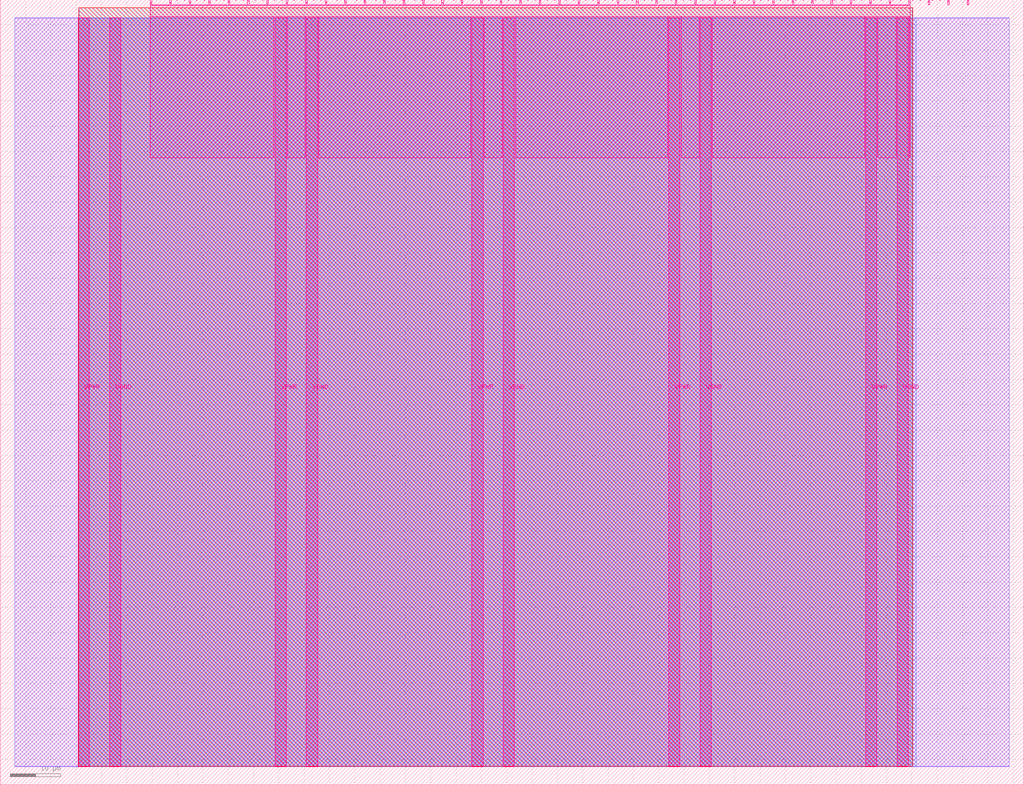
<source format=lef>
VERSION 5.7 ;
  NOWIREEXTENSIONATPIN ON ;
  DIVIDERCHAR "/" ;
  BUSBITCHARS "[]" ;
MACRO tt_um_array_secD7
  CLASS BLOCK ;
  FOREIGN tt_um_array_secD7 ;
  ORIGIN 0.000 0.000 ;
  SIZE 202.080 BY 154.980 ;
  PIN VGND
    DIRECTION INOUT ;
    USE GROUND ;
    PORT
      LAYER Metal5 ;
        RECT 21.580 3.560 23.780 151.420 ;
    END
    PORT
      LAYER Metal5 ;
        RECT 60.450 3.560 62.650 151.420 ;
    END
    PORT
      LAYER Metal5 ;
        RECT 99.320 3.560 101.520 151.420 ;
    END
    PORT
      LAYER Metal5 ;
        RECT 138.190 3.560 140.390 151.420 ;
    END
    PORT
      LAYER Metal5 ;
        RECT 177.060 3.560 179.260 151.420 ;
    END
  END VGND
  PIN VPWR
    DIRECTION INOUT ;
    USE POWER ;
    PORT
      LAYER Metal5 ;
        RECT 15.380 3.560 17.580 151.420 ;
    END
    PORT
      LAYER Metal5 ;
        RECT 54.250 3.560 56.450 151.420 ;
    END
    PORT
      LAYER Metal5 ;
        RECT 93.120 3.560 95.320 151.420 ;
    END
    PORT
      LAYER Metal5 ;
        RECT 131.990 3.560 134.190 151.420 ;
    END
    PORT
      LAYER Metal5 ;
        RECT 170.860 3.560 173.060 151.420 ;
    END
  END VPWR
  PIN clk
    DIRECTION INPUT ;
    USE SIGNAL ;
    PORT
      LAYER Metal5 ;
        RECT 187.050 153.980 187.350 154.980 ;
    END
  END clk
  PIN ena
    DIRECTION INPUT ;
    USE SIGNAL ;
    PORT
      LAYER Metal5 ;
        RECT 190.890 153.980 191.190 154.980 ;
    END
  END ena
  PIN rst_n
    DIRECTION INPUT ;
    USE SIGNAL ;
    PORT
      LAYER Metal5 ;
        RECT 183.210 153.980 183.510 154.980 ;
    END
  END rst_n
  PIN ui_in[0]
    DIRECTION INPUT ;
    USE SIGNAL ;
    ANTENNAGATEAREA 0.213200 ;
    PORT
      LAYER Metal5 ;
        RECT 179.370 153.980 179.670 154.980 ;
    END
  END ui_in[0]
  PIN ui_in[1]
    DIRECTION INPUT ;
    USE SIGNAL ;
    ANTENNAGATEAREA 0.180700 ;
    PORT
      LAYER Metal5 ;
        RECT 175.530 153.980 175.830 154.980 ;
    END
  END ui_in[1]
  PIN ui_in[2]
    DIRECTION INPUT ;
    USE SIGNAL ;
    ANTENNAGATEAREA 0.213200 ;
    PORT
      LAYER Metal5 ;
        RECT 171.690 153.980 171.990 154.980 ;
    END
  END ui_in[2]
  PIN ui_in[3]
    DIRECTION INPUT ;
    USE SIGNAL ;
    ANTENNAGATEAREA 0.213200 ;
    PORT
      LAYER Metal5 ;
        RECT 167.850 153.980 168.150 154.980 ;
    END
  END ui_in[3]
  PIN ui_in[4]
    DIRECTION INPUT ;
    USE SIGNAL ;
    ANTENNAGATEAREA 0.213200 ;
    PORT
      LAYER Metal5 ;
        RECT 164.010 153.980 164.310 154.980 ;
    END
  END ui_in[4]
  PIN ui_in[5]
    DIRECTION INPUT ;
    USE SIGNAL ;
    ANTENNAGATEAREA 0.213200 ;
    PORT
      LAYER Metal5 ;
        RECT 160.170 153.980 160.470 154.980 ;
    END
  END ui_in[5]
  PIN ui_in[6]
    DIRECTION INPUT ;
    USE SIGNAL ;
    ANTENNAGATEAREA 0.180700 ;
    PORT
      LAYER Metal5 ;
        RECT 156.330 153.980 156.630 154.980 ;
    END
  END ui_in[6]
  PIN ui_in[7]
    DIRECTION INPUT ;
    USE SIGNAL ;
    ANTENNAGATEAREA 0.213200 ;
    PORT
      LAYER Metal5 ;
        RECT 152.490 153.980 152.790 154.980 ;
    END
  END ui_in[7]
  PIN uio_in[0]
    DIRECTION INPUT ;
    USE SIGNAL ;
    PORT
      LAYER Metal5 ;
        RECT 148.650 153.980 148.950 154.980 ;
    END
  END uio_in[0]
  PIN uio_in[1]
    DIRECTION INPUT ;
    USE SIGNAL ;
    PORT
      LAYER Metal5 ;
        RECT 144.810 153.980 145.110 154.980 ;
    END
  END uio_in[1]
  PIN uio_in[2]
    DIRECTION INPUT ;
    USE SIGNAL ;
    PORT
      LAYER Metal5 ;
        RECT 140.970 153.980 141.270 154.980 ;
    END
  END uio_in[2]
  PIN uio_in[3]
    DIRECTION INPUT ;
    USE SIGNAL ;
    PORT
      LAYER Metal5 ;
        RECT 137.130 153.980 137.430 154.980 ;
    END
  END uio_in[3]
  PIN uio_in[4]
    DIRECTION INPUT ;
    USE SIGNAL ;
    PORT
      LAYER Metal5 ;
        RECT 133.290 153.980 133.590 154.980 ;
    END
  END uio_in[4]
  PIN uio_in[5]
    DIRECTION INPUT ;
    USE SIGNAL ;
    PORT
      LAYER Metal5 ;
        RECT 129.450 153.980 129.750 154.980 ;
    END
  END uio_in[5]
  PIN uio_in[6]
    DIRECTION INPUT ;
    USE SIGNAL ;
    PORT
      LAYER Metal5 ;
        RECT 125.610 153.980 125.910 154.980 ;
    END
  END uio_in[6]
  PIN uio_in[7]
    DIRECTION INPUT ;
    USE SIGNAL ;
    PORT
      LAYER Metal5 ;
        RECT 121.770 153.980 122.070 154.980 ;
    END
  END uio_in[7]
  PIN uio_oe[0]
    DIRECTION OUTPUT ;
    USE SIGNAL ;
    ANTENNADIFFAREA 0.299200 ;
    PORT
      LAYER Metal5 ;
        RECT 56.490 153.980 56.790 154.980 ;
    END
  END uio_oe[0]
  PIN uio_oe[1]
    DIRECTION OUTPUT ;
    USE SIGNAL ;
    ANTENNADIFFAREA 0.299200 ;
    PORT
      LAYER Metal5 ;
        RECT 52.650 153.980 52.950 154.980 ;
    END
  END uio_oe[1]
  PIN uio_oe[2]
    DIRECTION OUTPUT ;
    USE SIGNAL ;
    ANTENNADIFFAREA 0.299200 ;
    PORT
      LAYER Metal5 ;
        RECT 48.810 153.980 49.110 154.980 ;
    END
  END uio_oe[2]
  PIN uio_oe[3]
    DIRECTION OUTPUT ;
    USE SIGNAL ;
    ANTENNADIFFAREA 0.299200 ;
    PORT
      LAYER Metal5 ;
        RECT 44.970 153.980 45.270 154.980 ;
    END
  END uio_oe[3]
  PIN uio_oe[4]
    DIRECTION OUTPUT ;
    USE SIGNAL ;
    ANTENNADIFFAREA 0.299200 ;
    PORT
      LAYER Metal5 ;
        RECT 41.130 153.980 41.430 154.980 ;
    END
  END uio_oe[4]
  PIN uio_oe[5]
    DIRECTION OUTPUT ;
    USE SIGNAL ;
    ANTENNADIFFAREA 0.299200 ;
    PORT
      LAYER Metal5 ;
        RECT 37.290 153.980 37.590 154.980 ;
    END
  END uio_oe[5]
  PIN uio_oe[6]
    DIRECTION OUTPUT ;
    USE SIGNAL ;
    ANTENNADIFFAREA 0.299200 ;
    PORT
      LAYER Metal5 ;
        RECT 33.450 153.980 33.750 154.980 ;
    END
  END uio_oe[6]
  PIN uio_oe[7]
    DIRECTION OUTPUT ;
    USE SIGNAL ;
    ANTENNADIFFAREA 0.299200 ;
    PORT
      LAYER Metal5 ;
        RECT 29.610 153.980 29.910 154.980 ;
    END
  END uio_oe[7]
  PIN uio_out[0]
    DIRECTION OUTPUT ;
    USE SIGNAL ;
    ANTENNADIFFAREA 0.299200 ;
    PORT
      LAYER Metal5 ;
        RECT 87.210 153.980 87.510 154.980 ;
    END
  END uio_out[0]
  PIN uio_out[1]
    DIRECTION OUTPUT ;
    USE SIGNAL ;
    ANTENNADIFFAREA 0.299200 ;
    PORT
      LAYER Metal5 ;
        RECT 83.370 153.980 83.670 154.980 ;
    END
  END uio_out[1]
  PIN uio_out[2]
    DIRECTION OUTPUT ;
    USE SIGNAL ;
    ANTENNADIFFAREA 0.299200 ;
    PORT
      LAYER Metal5 ;
        RECT 79.530 153.980 79.830 154.980 ;
    END
  END uio_out[2]
  PIN uio_out[3]
    DIRECTION OUTPUT ;
    USE SIGNAL ;
    ANTENNADIFFAREA 0.299200 ;
    PORT
      LAYER Metal5 ;
        RECT 75.690 153.980 75.990 154.980 ;
    END
  END uio_out[3]
  PIN uio_out[4]
    DIRECTION OUTPUT ;
    USE SIGNAL ;
    ANTENNADIFFAREA 0.299200 ;
    PORT
      LAYER Metal5 ;
        RECT 71.850 153.980 72.150 154.980 ;
    END
  END uio_out[4]
  PIN uio_out[5]
    DIRECTION OUTPUT ;
    USE SIGNAL ;
    ANTENNADIFFAREA 0.299200 ;
    PORT
      LAYER Metal5 ;
        RECT 68.010 153.980 68.310 154.980 ;
    END
  END uio_out[5]
  PIN uio_out[6]
    DIRECTION OUTPUT ;
    USE SIGNAL ;
    ANTENNADIFFAREA 0.299200 ;
    PORT
      LAYER Metal5 ;
        RECT 64.170 153.980 64.470 154.980 ;
    END
  END uio_out[6]
  PIN uio_out[7]
    DIRECTION OUTPUT ;
    USE SIGNAL ;
    ANTENNADIFFAREA 0.299200 ;
    PORT
      LAYER Metal5 ;
        RECT 60.330 153.980 60.630 154.980 ;
    END
  END uio_out[7]
  PIN uo_out[0]
    DIRECTION OUTPUT ;
    USE SIGNAL ;
    ANTENNAGATEAREA 0.192400 ;
    ANTENNADIFFAREA 0.632400 ;
    PORT
      LAYER Metal5 ;
        RECT 117.930 153.980 118.230 154.980 ;
    END
  END uo_out[0]
  PIN uo_out[1]
    DIRECTION OUTPUT ;
    USE SIGNAL ;
    ANTENNADIFFAREA 0.654800 ;
    PORT
      LAYER Metal5 ;
        RECT 114.090 153.980 114.390 154.980 ;
    END
  END uo_out[1]
  PIN uo_out[2]
    DIRECTION OUTPUT ;
    USE SIGNAL ;
    ANTENNADIFFAREA 0.654800 ;
    PORT
      LAYER Metal5 ;
        RECT 110.250 153.980 110.550 154.980 ;
    END
  END uo_out[2]
  PIN uo_out[3]
    DIRECTION OUTPUT ;
    USE SIGNAL ;
    ANTENNADIFFAREA 0.654800 ;
    PORT
      LAYER Metal5 ;
        RECT 106.410 153.980 106.710 154.980 ;
    END
  END uo_out[3]
  PIN uo_out[4]
    DIRECTION OUTPUT ;
    USE SIGNAL ;
    ANTENNADIFFAREA 0.654800 ;
    PORT
      LAYER Metal5 ;
        RECT 102.570 153.980 102.870 154.980 ;
    END
  END uo_out[4]
  PIN uo_out[5]
    DIRECTION OUTPUT ;
    USE SIGNAL ;
    ANTENNADIFFAREA 0.654800 ;
    PORT
      LAYER Metal5 ;
        RECT 98.730 153.980 99.030 154.980 ;
    END
  END uo_out[5]
  PIN uo_out[6]
    DIRECTION OUTPUT ;
    USE SIGNAL ;
    ANTENNADIFFAREA 0.654800 ;
    PORT
      LAYER Metal5 ;
        RECT 94.890 153.980 95.190 154.980 ;
    END
  END uo_out[6]
  PIN uo_out[7]
    DIRECTION OUTPUT ;
    USE SIGNAL ;
    ANTENNADIFFAREA 0.654800 ;
    PORT
      LAYER Metal5 ;
        RECT 91.050 153.980 91.350 154.980 ;
    END
  END uo_out[7]
  OBS
      LAYER GatPoly ;
        RECT 2.880 3.630 199.200 151.350 ;
      LAYER Metal1 ;
        RECT 2.880 3.560 199.200 151.420 ;
      LAYER Metal2 ;
        RECT 15.515 3.680 180.865 151.300 ;
      LAYER Metal3 ;
        RECT 15.560 3.635 180.100 153.445 ;
      LAYER Metal4 ;
        RECT 15.515 3.680 180.145 153.400 ;
      LAYER Metal5 ;
        RECT 30.120 153.770 33.240 153.980 ;
        RECT 33.960 153.770 37.080 153.980 ;
        RECT 37.800 153.770 40.920 153.980 ;
        RECT 41.640 153.770 44.760 153.980 ;
        RECT 45.480 153.770 48.600 153.980 ;
        RECT 49.320 153.770 52.440 153.980 ;
        RECT 53.160 153.770 56.280 153.980 ;
        RECT 57.000 153.770 60.120 153.980 ;
        RECT 60.840 153.770 63.960 153.980 ;
        RECT 64.680 153.770 67.800 153.980 ;
        RECT 68.520 153.770 71.640 153.980 ;
        RECT 72.360 153.770 75.480 153.980 ;
        RECT 76.200 153.770 79.320 153.980 ;
        RECT 80.040 153.770 83.160 153.980 ;
        RECT 83.880 153.770 87.000 153.980 ;
        RECT 87.720 153.770 90.840 153.980 ;
        RECT 91.560 153.770 94.680 153.980 ;
        RECT 95.400 153.770 98.520 153.980 ;
        RECT 99.240 153.770 102.360 153.980 ;
        RECT 103.080 153.770 106.200 153.980 ;
        RECT 106.920 153.770 110.040 153.980 ;
        RECT 110.760 153.770 113.880 153.980 ;
        RECT 114.600 153.770 117.720 153.980 ;
        RECT 118.440 153.770 121.560 153.980 ;
        RECT 122.280 153.770 125.400 153.980 ;
        RECT 126.120 153.770 129.240 153.980 ;
        RECT 129.960 153.770 133.080 153.980 ;
        RECT 133.800 153.770 136.920 153.980 ;
        RECT 137.640 153.770 140.760 153.980 ;
        RECT 141.480 153.770 144.600 153.980 ;
        RECT 145.320 153.770 148.440 153.980 ;
        RECT 149.160 153.770 152.280 153.980 ;
        RECT 153.000 153.770 156.120 153.980 ;
        RECT 156.840 153.770 159.960 153.980 ;
        RECT 160.680 153.770 163.800 153.980 ;
        RECT 164.520 153.770 167.640 153.980 ;
        RECT 168.360 153.770 171.480 153.980 ;
        RECT 172.200 153.770 175.320 153.980 ;
        RECT 176.040 153.770 179.160 153.980 ;
        RECT 29.660 151.630 179.620 153.770 ;
        RECT 29.660 123.755 54.040 151.630 ;
        RECT 56.660 123.755 60.240 151.630 ;
        RECT 62.860 123.755 92.910 151.630 ;
        RECT 95.530 123.755 99.110 151.630 ;
        RECT 101.730 123.755 131.780 151.630 ;
        RECT 134.400 123.755 137.980 151.630 ;
        RECT 140.600 123.755 170.650 151.630 ;
        RECT 173.270 123.755 176.850 151.630 ;
        RECT 179.470 123.755 179.620 151.630 ;
  END
END tt_um_array_secD7
END LIBRARY


</source>
